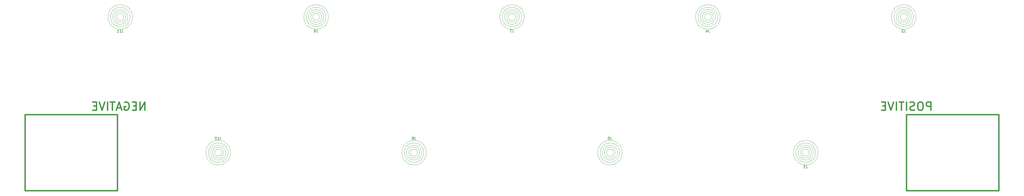
<source format=gbr>
%TF.GenerationSoftware,KiCad,Pcbnew,(5.1.6)-1*%
%TF.CreationDate,2022-08-08T14:05:23-07:00*%
%TF.ProjectId,NiCd Battery Shield - VP400KH,4e694364-2042-4617-9474-657279205368,1*%
%TF.SameCoordinates,Original*%
%TF.FileFunction,Legend,Bot*%
%TF.FilePolarity,Positive*%
%FSLAX46Y46*%
G04 Gerber Fmt 4.6, Leading zero omitted, Abs format (unit mm)*
G04 Created by KiCad (PCBNEW (5.1.6)-1) date 2022-08-08 14:05:23*
%MOMM*%
%LPD*%
G01*
G04 APERTURE LIST*
%ADD10C,0.500000*%
%ADD11C,0.120000*%
%ADD12C,0.150000*%
G04 APERTURE END LIST*
D10*
X374000000Y-169357142D02*
X374000000Y-166357142D01*
X372857142Y-166357142D01*
X372571428Y-166500000D01*
X372428571Y-166642857D01*
X372285714Y-166928571D01*
X372285714Y-167357142D01*
X372428571Y-167642857D01*
X372571428Y-167785714D01*
X372857142Y-167928571D01*
X374000000Y-167928571D01*
X370428571Y-166357142D02*
X369857142Y-166357142D01*
X369571428Y-166500000D01*
X369285714Y-166785714D01*
X369142857Y-167357142D01*
X369142857Y-168357142D01*
X369285714Y-168928571D01*
X369571428Y-169214285D01*
X369857142Y-169357142D01*
X370428571Y-169357142D01*
X370714285Y-169214285D01*
X371000000Y-168928571D01*
X371142857Y-168357142D01*
X371142857Y-167357142D01*
X371000000Y-166785714D01*
X370714285Y-166500000D01*
X370428571Y-166357142D01*
X368000000Y-169214285D02*
X367571428Y-169357142D01*
X366857142Y-169357142D01*
X366571428Y-169214285D01*
X366428571Y-169071428D01*
X366285714Y-168785714D01*
X366285714Y-168500000D01*
X366428571Y-168214285D01*
X366571428Y-168071428D01*
X366857142Y-167928571D01*
X367428571Y-167785714D01*
X367714285Y-167642857D01*
X367857142Y-167500000D01*
X368000000Y-167214285D01*
X368000000Y-166928571D01*
X367857142Y-166642857D01*
X367714285Y-166500000D01*
X367428571Y-166357142D01*
X366714285Y-166357142D01*
X366285714Y-166500000D01*
X365000000Y-169357142D02*
X365000000Y-166357142D01*
X364000000Y-166357142D02*
X362285714Y-166357142D01*
X363142857Y-169357142D02*
X363142857Y-166357142D01*
X361285714Y-169357142D02*
X361285714Y-166357142D01*
X360285714Y-166357142D02*
X359285714Y-169357142D01*
X358285714Y-166357142D01*
X357285714Y-167785714D02*
X356285714Y-167785714D01*
X355857142Y-169357142D02*
X357285714Y-169357142D01*
X357285714Y-166357142D01*
X355857142Y-166357142D01*
X365000000Y-199000000D02*
X399000000Y-199000000D01*
X365000000Y-171000000D02*
X365000000Y-199000000D01*
X399000000Y-199000000D02*
X399000000Y-171000000D01*
X399000000Y-171000000D02*
X365000000Y-171000000D01*
X75000000Y-199000000D02*
X75000000Y-171000000D01*
X75000000Y-171000000D02*
X41000000Y-171000000D01*
X41000000Y-199000000D02*
X75000000Y-199000000D01*
X41000000Y-171000000D02*
X41000000Y-199000000D01*
X85000000Y-169357142D02*
X85000000Y-166357142D01*
X83285714Y-169357142D01*
X83285714Y-166357142D01*
X81857142Y-167785714D02*
X80857142Y-167785714D01*
X80428571Y-169357142D02*
X81857142Y-169357142D01*
X81857142Y-166357142D01*
X80428571Y-166357142D01*
X77571428Y-166500000D02*
X77857142Y-166357142D01*
X78285714Y-166357142D01*
X78714285Y-166500000D01*
X79000000Y-166785714D01*
X79142857Y-167071428D01*
X79285714Y-167642857D01*
X79285714Y-168071428D01*
X79142857Y-168642857D01*
X79000000Y-168928571D01*
X78714285Y-169214285D01*
X78285714Y-169357142D01*
X78000000Y-169357142D01*
X77571428Y-169214285D01*
X77428571Y-169071428D01*
X77428571Y-168071428D01*
X78000000Y-168071428D01*
X76285714Y-168500000D02*
X74857142Y-168500000D01*
X76571428Y-169357142D02*
X75571428Y-166357142D01*
X74571428Y-169357142D01*
X74000000Y-166357142D02*
X72285714Y-166357142D01*
X73142857Y-169357142D02*
X73142857Y-166357142D01*
X71285714Y-169357142D02*
X71285714Y-166357142D01*
X70285714Y-166357142D02*
X69285714Y-169357142D01*
X68285714Y-166357142D01*
X67285714Y-167785714D02*
X66285714Y-167785714D01*
X65857142Y-169357142D02*
X67285714Y-169357142D01*
X67285714Y-166357142D01*
X65857142Y-166357142D01*
D11*
%TO.C,J4*%
X296500000Y-135000000D02*
G75*
G03*
X296500000Y-135000000I-4500000J0D01*
G01*
X295579455Y-135000000D02*
G75*
G03*
X295579455Y-135000000I-3579455J0D01*
G01*
X294750000Y-135000000D02*
G75*
G03*
X294750000Y-135000000I-2750000J0D01*
G01*
X294000000Y-135000000D02*
G75*
G03*
X294000000Y-135000000I-2000000J0D01*
G01*
X293250000Y-135000000D02*
G75*
G03*
X293250000Y-135000000I-1250000J0D01*
G01*
%TO.C,J3*%
X329250000Y-185000000D02*
G75*
G03*
X329250000Y-185000000I-1250000J0D01*
G01*
X330000000Y-185000000D02*
G75*
G03*
X330000000Y-185000000I-2000000J0D01*
G01*
X330750000Y-185000000D02*
G75*
G03*
X330750000Y-185000000I-2750000J0D01*
G01*
X331579455Y-185000000D02*
G75*
G03*
X331579455Y-185000000I-3579455J0D01*
G01*
X332500000Y-185000000D02*
G75*
G03*
X332500000Y-185000000I-4500000J0D01*
G01*
%TO.C,J7*%
X224500000Y-135000000D02*
G75*
G03*
X224500000Y-135000000I-4500000J0D01*
G01*
X223579455Y-135000000D02*
G75*
G03*
X223579455Y-135000000I-3579455J0D01*
G01*
X222750000Y-135000000D02*
G75*
G03*
X222750000Y-135000000I-2750000J0D01*
G01*
X222000000Y-135000000D02*
G75*
G03*
X222000000Y-135000000I-2000000J0D01*
G01*
X221250000Y-135000000D02*
G75*
G03*
X221250000Y-135000000I-1250000J0D01*
G01*
%TO.C,J11*%
X80500000Y-135000000D02*
G75*
G03*
X80500000Y-135000000I-4500000J0D01*
G01*
X79579455Y-135000000D02*
G75*
G03*
X79579455Y-135000000I-3579455J0D01*
G01*
X78750000Y-135000000D02*
G75*
G03*
X78750000Y-135000000I-2750000J0D01*
G01*
X78000000Y-135000000D02*
G75*
G03*
X78000000Y-135000000I-2000000J0D01*
G01*
X77250000Y-135000000D02*
G75*
G03*
X77250000Y-135000000I-1250000J0D01*
G01*
%TO.C,J10*%
X116500000Y-185000000D02*
G75*
G03*
X116500000Y-185000000I-4500000J0D01*
G01*
X115579455Y-185000000D02*
G75*
G03*
X115579455Y-185000000I-3579455J0D01*
G01*
X114750000Y-185000000D02*
G75*
G03*
X114750000Y-185000000I-2750000J0D01*
G01*
X114000000Y-185000000D02*
G75*
G03*
X114000000Y-185000000I-2000000J0D01*
G01*
X113250000Y-185000000D02*
G75*
G03*
X113250000Y-185000000I-1250000J0D01*
G01*
%TO.C,J9*%
X152500000Y-135000000D02*
G75*
G03*
X152500000Y-135000000I-4500000J0D01*
G01*
X151579455Y-135000000D02*
G75*
G03*
X151579455Y-135000000I-3579455J0D01*
G01*
X150750000Y-135000000D02*
G75*
G03*
X150750000Y-135000000I-2750000J0D01*
G01*
X150000000Y-135000000D02*
G75*
G03*
X150000000Y-135000000I-2000000J0D01*
G01*
X149250000Y-135000000D02*
G75*
G03*
X149250000Y-135000000I-1250000J0D01*
G01*
%TO.C,J8*%
X188500000Y-185000000D02*
G75*
G03*
X188500000Y-185000000I-4500000J0D01*
G01*
X187579455Y-185000000D02*
G75*
G03*
X187579455Y-185000000I-3579455J0D01*
G01*
X186750000Y-185000000D02*
G75*
G03*
X186750000Y-185000000I-2750000J0D01*
G01*
X186000000Y-185000000D02*
G75*
G03*
X186000000Y-185000000I-2000000J0D01*
G01*
X185250000Y-185000000D02*
G75*
G03*
X185250000Y-185000000I-1250000J0D01*
G01*
%TO.C,J5*%
X260500000Y-185000000D02*
G75*
G03*
X260500000Y-185000000I-4500000J0D01*
G01*
X259579455Y-185000000D02*
G75*
G03*
X259579455Y-185000000I-3579455J0D01*
G01*
X258750000Y-185000000D02*
G75*
G03*
X258750000Y-185000000I-2750000J0D01*
G01*
X258000000Y-185000000D02*
G75*
G03*
X258000000Y-185000000I-2000000J0D01*
G01*
X257250000Y-185000000D02*
G75*
G03*
X257250000Y-185000000I-1250000J0D01*
G01*
%TO.C,J2*%
X368500000Y-135000000D02*
G75*
G03*
X368500000Y-135000000I-4500000J0D01*
G01*
X367579455Y-135000000D02*
G75*
G03*
X367579455Y-135000000I-3579455J0D01*
G01*
X366750000Y-135000000D02*
G75*
G03*
X366750000Y-135000000I-2750000J0D01*
G01*
X366000000Y-135000000D02*
G75*
G03*
X366000000Y-135000000I-2000000J0D01*
G01*
X365250000Y-135000000D02*
G75*
G03*
X365250000Y-135000000I-1250000J0D01*
G01*
%TO.C,J4*%
D12*
X292333333Y-139702380D02*
X292333333Y-140416666D01*
X292380952Y-140559523D01*
X292476190Y-140654761D01*
X292619047Y-140702380D01*
X292714285Y-140702380D01*
X291428571Y-140035714D02*
X291428571Y-140702380D01*
X291666666Y-139654761D02*
X291904761Y-140369047D01*
X291285714Y-140369047D01*
%TO.C,J3*%
X328333333Y-189702380D02*
X328333333Y-190416666D01*
X328380952Y-190559523D01*
X328476190Y-190654761D01*
X328619047Y-190702380D01*
X328714285Y-190702380D01*
X327952380Y-189702380D02*
X327333333Y-189702380D01*
X327666666Y-190083333D01*
X327523809Y-190083333D01*
X327428571Y-190130952D01*
X327380952Y-190178571D01*
X327333333Y-190273809D01*
X327333333Y-190511904D01*
X327380952Y-190607142D01*
X327428571Y-190654761D01*
X327523809Y-190702380D01*
X327809523Y-190702380D01*
X327904761Y-190654761D01*
X327952380Y-190607142D01*
%TO.C,J7*%
X220333333Y-139702380D02*
X220333333Y-140416666D01*
X220380952Y-140559523D01*
X220476190Y-140654761D01*
X220619047Y-140702380D01*
X220714285Y-140702380D01*
X219952380Y-139702380D02*
X219285714Y-139702380D01*
X219714285Y-140702380D01*
%TO.C,J11*%
X76809523Y-139702380D02*
X76809523Y-140416666D01*
X76857142Y-140559523D01*
X76952380Y-140654761D01*
X77095238Y-140702380D01*
X77190476Y-140702380D01*
X75809523Y-140702380D02*
X76380952Y-140702380D01*
X76095238Y-140702380D02*
X76095238Y-139702380D01*
X76190476Y-139845238D01*
X76285714Y-139940476D01*
X76380952Y-139988095D01*
X74857142Y-140702380D02*
X75428571Y-140702380D01*
X75142857Y-140702380D02*
X75142857Y-139702380D01*
X75238095Y-139845238D01*
X75333333Y-139940476D01*
X75428571Y-139988095D01*
%TO.C,J10*%
X112809523Y-179202380D02*
X112809523Y-179916666D01*
X112857142Y-180059523D01*
X112952380Y-180154761D01*
X113095238Y-180202380D01*
X113190476Y-180202380D01*
X111809523Y-180202380D02*
X112380952Y-180202380D01*
X112095238Y-180202380D02*
X112095238Y-179202380D01*
X112190476Y-179345238D01*
X112285714Y-179440476D01*
X112380952Y-179488095D01*
X111190476Y-179202380D02*
X111095238Y-179202380D01*
X111000000Y-179250000D01*
X110952380Y-179297619D01*
X110904761Y-179392857D01*
X110857142Y-179583333D01*
X110857142Y-179821428D01*
X110904761Y-180011904D01*
X110952380Y-180107142D01*
X111000000Y-180154761D01*
X111095238Y-180202380D01*
X111190476Y-180202380D01*
X111285714Y-180154761D01*
X111333333Y-180107142D01*
X111380952Y-180011904D01*
X111428571Y-179821428D01*
X111428571Y-179583333D01*
X111380952Y-179392857D01*
X111333333Y-179297619D01*
X111285714Y-179250000D01*
X111190476Y-179202380D01*
%TO.C,J9*%
X148333333Y-139702380D02*
X148333333Y-140416666D01*
X148380952Y-140559523D01*
X148476190Y-140654761D01*
X148619047Y-140702380D01*
X148714285Y-140702380D01*
X147809523Y-140702380D02*
X147619047Y-140702380D01*
X147523809Y-140654761D01*
X147476190Y-140607142D01*
X147380952Y-140464285D01*
X147333333Y-140273809D01*
X147333333Y-139892857D01*
X147380952Y-139797619D01*
X147428571Y-139750000D01*
X147523809Y-139702380D01*
X147714285Y-139702380D01*
X147809523Y-139750000D01*
X147857142Y-139797619D01*
X147904761Y-139892857D01*
X147904761Y-140130952D01*
X147857142Y-140226190D01*
X147809523Y-140273809D01*
X147714285Y-140321428D01*
X147523809Y-140321428D01*
X147428571Y-140273809D01*
X147380952Y-140226190D01*
X147333333Y-140130952D01*
%TO.C,J8*%
X184333333Y-179202380D02*
X184333333Y-179916666D01*
X184380952Y-180059523D01*
X184476190Y-180154761D01*
X184619047Y-180202380D01*
X184714285Y-180202380D01*
X183714285Y-179630952D02*
X183809523Y-179583333D01*
X183857142Y-179535714D01*
X183904761Y-179440476D01*
X183904761Y-179392857D01*
X183857142Y-179297619D01*
X183809523Y-179250000D01*
X183714285Y-179202380D01*
X183523809Y-179202380D01*
X183428571Y-179250000D01*
X183380952Y-179297619D01*
X183333333Y-179392857D01*
X183333333Y-179440476D01*
X183380952Y-179535714D01*
X183428571Y-179583333D01*
X183523809Y-179630952D01*
X183714285Y-179630952D01*
X183809523Y-179678571D01*
X183857142Y-179726190D01*
X183904761Y-179821428D01*
X183904761Y-180011904D01*
X183857142Y-180107142D01*
X183809523Y-180154761D01*
X183714285Y-180202380D01*
X183523809Y-180202380D01*
X183428571Y-180154761D01*
X183380952Y-180107142D01*
X183333333Y-180011904D01*
X183333333Y-179821428D01*
X183380952Y-179726190D01*
X183428571Y-179678571D01*
X183523809Y-179630952D01*
%TO.C,J5*%
X256333333Y-179202380D02*
X256333333Y-179916666D01*
X256380952Y-180059523D01*
X256476190Y-180154761D01*
X256619047Y-180202380D01*
X256714285Y-180202380D01*
X255380952Y-179202380D02*
X255857142Y-179202380D01*
X255904761Y-179678571D01*
X255857142Y-179630952D01*
X255761904Y-179583333D01*
X255523809Y-179583333D01*
X255428571Y-179630952D01*
X255380952Y-179678571D01*
X255333333Y-179773809D01*
X255333333Y-180011904D01*
X255380952Y-180107142D01*
X255428571Y-180154761D01*
X255523809Y-180202380D01*
X255761904Y-180202380D01*
X255857142Y-180154761D01*
X255904761Y-180107142D01*
%TO.C,J2*%
X364333333Y-139702380D02*
X364333333Y-140416666D01*
X364380952Y-140559523D01*
X364476190Y-140654761D01*
X364619047Y-140702380D01*
X364714285Y-140702380D01*
X363904761Y-139797619D02*
X363857142Y-139750000D01*
X363761904Y-139702380D01*
X363523809Y-139702380D01*
X363428571Y-139750000D01*
X363380952Y-139797619D01*
X363333333Y-139892857D01*
X363333333Y-139988095D01*
X363380952Y-140130952D01*
X363952380Y-140702380D01*
X363333333Y-140702380D01*
%TD*%
M02*

</source>
